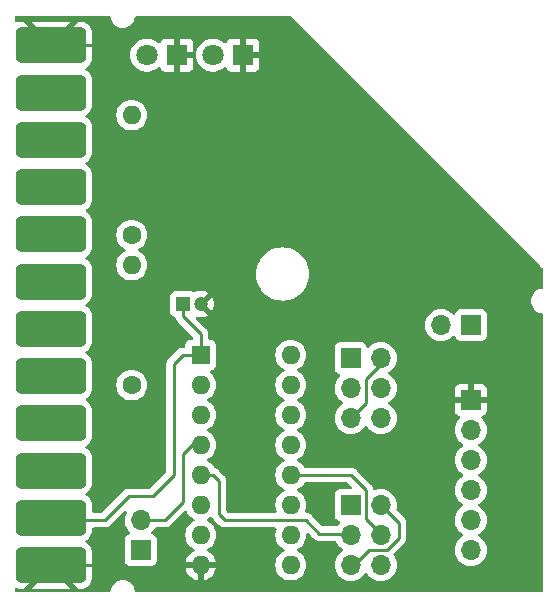
<source format=gbr>
%TF.GenerationSoftware,KiCad,Pcbnew,7.0.1*%
%TF.CreationDate,2023-08-12T13:03:50+02:00*%
%TF.ProjectId,uprs232ttl,75707273-3233-4327-9474-6c2e6b696361,rev?*%
%TF.SameCoordinates,Original*%
%TF.FileFunction,Copper,L1,Top*%
%TF.FilePolarity,Positive*%
%FSLAX46Y46*%
G04 Gerber Fmt 4.6, Leading zero omitted, Abs format (unit mm)*
G04 Created by KiCad (PCBNEW 7.0.1) date 2023-08-12 13:03:50*
%MOMM*%
%LPD*%
G01*
G04 APERTURE LIST*
G04 Aperture macros list*
%AMRoundRect*
0 Rectangle with rounded corners*
0 $1 Rounding radius*
0 $2 $3 $4 $5 $6 $7 $8 $9 X,Y pos of 4 corners*
0 Add a 4 corners polygon primitive as box body*
4,1,4,$2,$3,$4,$5,$6,$7,$8,$9,$2,$3,0*
0 Add four circle primitives for the rounded corners*
1,1,$1+$1,$2,$3*
1,1,$1+$1,$4,$5*
1,1,$1+$1,$6,$7*
1,1,$1+$1,$8,$9*
0 Add four rect primitives between the rounded corners*
20,1,$1+$1,$2,$3,$4,$5,0*
20,1,$1+$1,$4,$5,$6,$7,0*
20,1,$1+$1,$6,$7,$8,$9,0*
20,1,$1+$1,$8,$9,$2,$3,0*%
G04 Aperture macros list end*
%TA.AperFunction,ComponentPad*%
%ADD10R,1.600000X1.600000*%
%TD*%
%TA.AperFunction,ComponentPad*%
%ADD11O,1.600000X1.600000*%
%TD*%
%TA.AperFunction,SMDPad,CuDef*%
%ADD12RoundRect,0.450000X2.550000X1.050000X-2.550000X1.050000X-2.550000X-1.050000X2.550000X-1.050000X0*%
%TD*%
%TA.AperFunction,ComponentPad*%
%ADD13R,1.700000X1.700000*%
%TD*%
%TA.AperFunction,ComponentPad*%
%ADD14O,1.700000X1.700000*%
%TD*%
%TA.AperFunction,ComponentPad*%
%ADD15R,1.200000X1.200000*%
%TD*%
%TA.AperFunction,ComponentPad*%
%ADD16C,1.200000*%
%TD*%
%TA.AperFunction,ComponentPad*%
%ADD17C,1.600000*%
%TD*%
%TA.AperFunction,ComponentPad*%
%ADD18R,1.800000X1.800000*%
%TD*%
%TA.AperFunction,ComponentPad*%
%ADD19C,1.800000*%
%TD*%
%TA.AperFunction,ViaPad*%
%ADD20C,0.800000*%
%TD*%
%TA.AperFunction,Conductor*%
%ADD21C,0.250000*%
%TD*%
G04 APERTURE END LIST*
D10*
%TO.P,U1,1,VCC*%
%TO.N,+5V*%
X145796000Y-105664000D03*
D11*
%TO.P,U1,2*%
%TO.N,Net-(R1-Pad1)*%
X145796000Y-108204000D03*
%TO.P,U1,3*%
%TO.N,RX*%
X145796000Y-110744000D03*
%TO.P,U1,4*%
%TO.N,Net-(CN1-PB0)*%
X145796000Y-113284000D03*
%TO.P,U1,5*%
%TO.N,RX*%
X145796000Y-115824000D03*
%TO.P,U1,6*%
%TO.N,RTS*%
X145796000Y-118364000D03*
%TO.P,U1,7*%
%TO.N,Net-(CN1-PB1)*%
X145796000Y-120904000D03*
%TO.P,U1,8,VSS*%
%TO.N,GND*%
X145796000Y-123444000D03*
%TO.P,U1,9*%
%TO.N,CTS*%
X153416000Y-123444000D03*
%TO.P,U1,10*%
%TO.N,Net-(CN1-PB6)*%
X153416000Y-120904000D03*
%TO.P,U1,11*%
%TO.N,Net-(CN1-PA2)*%
X153416000Y-118364000D03*
%TO.P,U1,12*%
%TO.N,TX*%
X153416000Y-115824000D03*
%TO.P,U1,13*%
%TO.N,N/C*%
X153416000Y-113284000D03*
%TO.P,U1,14*%
%TO.N,TX*%
X153416000Y-110744000D03*
%TO.P,U1,15*%
%TO.N,Net-(R2-Pad1)*%
X153416000Y-108204000D03*
%TO.P,U1,16*%
%TO.N,N/C*%
X153416000Y-105664000D03*
%TD*%
D12*
%TO.P,CN1,1,GND*%
%TO.N,GND*%
X133096000Y-123442000D03*
%TO.P,CN1,2,+5v*%
%TO.N,+5V*%
X133096000Y-119442000D03*
%TO.P,CN1,3,EXTRES*%
%TO.N,unconnected-(CN1-EXTRES-Pad3)*%
X133096000Y-115442000D03*
%TO.P,CN1,4,CNT1*%
%TO.N,unconnected-(CN1-CNT1-Pad4)*%
X133096000Y-111442000D03*
%TO.P,CN1,5,SP1*%
%TO.N,unconnected-(CN1-SP1-Pad5)*%
X133096000Y-107442000D03*
%TO.P,CN1,6,CNT2*%
%TO.N,unconnected-(CN1-CNT2-Pad6)*%
X133096000Y-103442000D03*
%TO.P,CN1,7,SP2*%
%TO.N,unconnected-(CN1-SP2-Pad7)*%
X133096000Y-99442000D03*
%TO.P,CN1,8,PC2*%
%TO.N,unconnected-(CN1-PC2-Pad8)*%
X133096000Y-95442000D03*
%TO.P,CN1,9,ATN*%
%TO.N,unconnected-(CN1-ATN-Pad9)*%
X133096000Y-91442000D03*
%TO.P,CN1,10,9vAC*%
%TO.N,unconnected-(CN1-9vAC-Pad10)*%
X133096000Y-87442000D03*
%TO.P,CN1,11,9vAC*%
%TO.N,unconnected-(CN1-9vAC-Pad11)*%
X133096000Y-83442000D03*
%TO.P,CN1,12,GND*%
%TO.N,GND*%
X133096000Y-79442000D03*
%TD*%
D13*
%TO.P,J5,1,Pin_1*%
%TO.N,Net-(J3-Pin_6)*%
X158496000Y-105918000D03*
D14*
%TO.P,J5,2,Pin_2*%
%TO.N,Net-(J3-Pin_2)*%
X161036000Y-105918000D03*
%TO.P,J5,3,Pin_3*%
%TO.N,CTS*%
X158496000Y-108458000D03*
%TO.P,J5,4,Pin_4*%
%TO.N,RTS*%
X161036000Y-108458000D03*
%TO.P,J5,5,Pin_5*%
%TO.N,Net-(J3-Pin_2)*%
X158496000Y-110998000D03*
%TO.P,J5,6,Pin_6*%
%TO.N,Net-(J3-Pin_6)*%
X161036000Y-110998000D03*
%TD*%
D13*
%TO.P,J2,1,A*%
%TO.N,Net-(J2-A)*%
X168661000Y-103124000D03*
D14*
%TO.P,J2,2,B*%
%TO.N,+5V*%
X166121000Y-103124000D03*
%TD*%
D15*
%TO.P,C1,1*%
%TO.N,+5V*%
X144311401Y-101346000D03*
D16*
%TO.P,C1,2*%
%TO.N,GND*%
X145811401Y-101346000D03*
%TD*%
D13*
%TO.P,J3,1,Pin_1*%
%TO.N,GND*%
X168656000Y-109474000D03*
D14*
%TO.P,J3,2,Pin_2*%
%TO.N,Net-(J3-Pin_2)*%
X168656000Y-112014000D03*
%TO.P,J3,3,Pin_3*%
%TO.N,Net-(J2-A)*%
X168656000Y-114554000D03*
%TO.P,J3,4,Pin_4*%
%TO.N,Net-(J3-Pin_4)*%
X168656000Y-117094000D03*
%TO.P,J3,5,Pin_5*%
%TO.N,Net-(J3-Pin_5)*%
X168656000Y-119634000D03*
%TO.P,J3,6,Pin_6*%
%TO.N,Net-(J3-Pin_6)*%
X168656000Y-122174000D03*
%TD*%
D17*
%TO.P,R2,1*%
%TO.N,Net-(R2-Pad1)*%
X139954000Y-95504000D03*
D11*
%TO.P,R2,2*%
%TO.N,Net-(D2-A)*%
X139954000Y-85344000D03*
%TD*%
D18*
%TO.P,D1,1,K*%
%TO.N,GND*%
X143764000Y-80264000D03*
D19*
%TO.P,D1,2,A*%
%TO.N,Net-(D1-A)*%
X141224000Y-80264000D03*
%TD*%
D13*
%TO.P,J1,1,A*%
%TO.N,Net-(CN1-FLAG)*%
X140716000Y-122174000D03*
D14*
%TO.P,J1,2,B*%
%TO.N,Net-(CN1-PB0)*%
X140716000Y-119634000D03*
%TD*%
D18*
%TO.P,D2,1,K*%
%TO.N,GND*%
X149352000Y-80264000D03*
D19*
%TO.P,D2,2,A*%
%TO.N,Net-(D2-A)*%
X146812000Y-80264000D03*
%TD*%
D17*
%TO.P,R1,1*%
%TO.N,Net-(R1-Pad1)*%
X139954000Y-108204000D03*
D11*
%TO.P,R1,2*%
%TO.N,Net-(D1-A)*%
X139954000Y-98044000D03*
%TD*%
D13*
%TO.P,J4,1,Pin_1*%
%TO.N,Net-(J3-Pin_5)*%
X158496000Y-118364000D03*
D14*
%TO.P,J4,2,Pin_2*%
%TO.N,Net-(J3-Pin_4)*%
X161036000Y-118364000D03*
%TO.P,J4,3,Pin_3*%
%TO.N,RX*%
X158496000Y-120904000D03*
%TO.P,J4,4,Pin_4*%
%TO.N,TX*%
X161036000Y-120904000D03*
%TO.P,J4,5,Pin_5*%
%TO.N,Net-(J3-Pin_4)*%
X158496000Y-123444000D03*
%TO.P,J4,6,Pin_6*%
%TO.N,Net-(J3-Pin_5)*%
X161036000Y-123444000D03*
%TD*%
D20*
%TO.N,GND*%
X165608000Y-107442000D03*
X155956000Y-105918000D03*
X141224000Y-109982000D03*
X158242000Y-114046000D03*
X151638000Y-105918000D03*
X136906000Y-85344000D03*
X144272000Y-119634000D03*
X148336000Y-117094000D03*
X137668000Y-124206000D03*
X148590000Y-108966000D03*
X139446000Y-79502000D03*
X143256000Y-122428000D03*
X166878000Y-117094000D03*
X139954000Y-114554000D03*
X173228000Y-98806000D03*
X155702000Y-124714000D03*
X166878000Y-104902000D03*
X154940000Y-117094000D03*
X147574000Y-101346000D03*
%TD*%
D21*
%TO.N,+5V*%
X133096000Y-119442000D02*
X133288000Y-119634000D01*
X143510000Y-115824000D02*
X143510000Y-106426000D01*
X144272000Y-102362000D02*
X145796000Y-103886000D01*
X143510000Y-106426000D02*
X144272000Y-105664000D01*
X144272000Y-105664000D02*
X145796000Y-105664000D01*
X139700000Y-117602000D02*
X141732000Y-117602000D01*
X144311401Y-101346000D02*
X144272000Y-101385401D01*
X141732000Y-117602000D02*
X143510000Y-115824000D01*
X137668000Y-119634000D02*
X139700000Y-117602000D01*
X145796000Y-103886000D02*
X145796000Y-105664000D01*
X133288000Y-119634000D02*
X137668000Y-119634000D01*
X144272000Y-101385401D02*
X144272000Y-102362000D01*
%TO.N,GND*%
X133096000Y-79442000D02*
X136846000Y-79442000D01*
X136846000Y-79442000D02*
X136906000Y-79502000D01*
X133096000Y-123442000D02*
X136904000Y-123442000D01*
%TO.N,RX*%
X147320000Y-119126000D02*
X147320000Y-116332000D01*
X154686000Y-119634000D02*
X147828000Y-119634000D01*
X146812000Y-115824000D02*
X145796000Y-115824000D01*
X147828000Y-119634000D02*
X147320000Y-119126000D01*
X158496000Y-120778000D02*
X155830000Y-120778000D01*
X147320000Y-116332000D02*
X146812000Y-115824000D01*
X155830000Y-120778000D02*
X154686000Y-119634000D01*
%TO.N,TX*%
X161036000Y-120778000D02*
X159766000Y-119508000D01*
X159766000Y-117094000D02*
X158496000Y-115824000D01*
X158496000Y-115824000D02*
X153416000Y-115824000D01*
X159766000Y-119508000D02*
X159766000Y-117094000D01*
%TO.N,Net-(CN1-PB0)*%
X142748000Y-119634000D02*
X144272000Y-118110000D01*
X144272000Y-114046000D02*
X145034000Y-113284000D01*
X144272000Y-118110000D02*
X144272000Y-114046000D01*
X140716000Y-119634000D02*
X142748000Y-119634000D01*
X145034000Y-113284000D02*
X145796000Y-113284000D01*
%TO.N,Net-(J3-Pin_2)*%
X159766000Y-109728000D02*
X158496000Y-110998000D01*
X161036000Y-106426000D02*
X159766000Y-107696000D01*
X161036000Y-105918000D02*
X161036000Y-106426000D01*
X159766000Y-107696000D02*
X159766000Y-109728000D01*
%TO.N,Net-(J3-Pin_4)*%
X158496000Y-123318000D02*
X158876000Y-123318000D01*
X161544000Y-122174000D02*
X162560000Y-121158000D01*
X160020000Y-122174000D02*
X161544000Y-122174000D01*
X158876000Y-123318000D02*
X160020000Y-122174000D01*
X162560000Y-119888000D02*
X161036000Y-118364000D01*
X162560000Y-121158000D02*
X162560000Y-119888000D01*
%TO.N,Net-(R1-Pad1)*%
X145922000Y-108204000D02*
X145796000Y-108078000D01*
%TD*%
%TA.AperFunction,Conductor*%
%TO.N,GND*%
G36*
X138110289Y-76975500D02*
G01*
X138153971Y-77011773D01*
X138176906Y-77063715D01*
X138210115Y-77241369D01*
X138278169Y-77417036D01*
X138377339Y-77577203D01*
X138504254Y-77716422D01*
X138654586Y-77829947D01*
X138823226Y-77913920D01*
X139004415Y-77965473D01*
X139045218Y-77969253D01*
X139192000Y-77982855D01*
X139350255Y-77968190D01*
X139379584Y-77965473D01*
X139560773Y-77913920D01*
X139729413Y-77829947D01*
X139879745Y-77716422D01*
X140006660Y-77577203D01*
X140006660Y-77577202D01*
X140105832Y-77417034D01*
X140173885Y-77241370D01*
X140207093Y-77063715D01*
X140230029Y-77011773D01*
X140273711Y-76975500D01*
X140328983Y-76962500D01*
X153364430Y-76962500D01*
X153411883Y-76971939D01*
X153452111Y-76998819D01*
X174715181Y-98261888D01*
X174742061Y-98302116D01*
X174751500Y-98349569D01*
X174751500Y-99955017D01*
X174738500Y-100010289D01*
X174702227Y-100053971D01*
X174650285Y-100076906D01*
X174472630Y-100110115D01*
X174296963Y-100178169D01*
X174136796Y-100277339D01*
X173997577Y-100404254D01*
X173884052Y-100554586D01*
X173800079Y-100723226D01*
X173748526Y-100904415D01*
X173731145Y-101092000D01*
X173748526Y-101279584D01*
X173800079Y-101460773D01*
X173884052Y-101629413D01*
X173997577Y-101779745D01*
X174136796Y-101906660D01*
X174266999Y-101987277D01*
X174296966Y-102005832D01*
X174472630Y-102073885D01*
X174636834Y-102104579D01*
X174650285Y-102107094D01*
X174702227Y-102130029D01*
X174738500Y-102173711D01*
X174751500Y-102228983D01*
X174751500Y-125605500D01*
X174734887Y-125667500D01*
X174689500Y-125712887D01*
X174627500Y-125729500D01*
X170180099Y-125729500D01*
X151892099Y-125729500D01*
X140328983Y-125729500D01*
X140273711Y-125716500D01*
X140230029Y-125680227D01*
X140207094Y-125628285D01*
X140202835Y-125605500D01*
X140173885Y-125450630D01*
X140105832Y-125274966D01*
X140039116Y-125167215D01*
X140006660Y-125114796D01*
X139879745Y-124975577D01*
X139729413Y-124862052D01*
X139560773Y-124778079D01*
X139379584Y-124726526D01*
X139192000Y-124709145D01*
X139004415Y-124726526D01*
X138823226Y-124778079D01*
X138654586Y-124862052D01*
X138504254Y-124975577D01*
X138377339Y-125114796D01*
X138278169Y-125274963D01*
X138210115Y-125450630D01*
X138176906Y-125628285D01*
X138153971Y-125680227D01*
X138110289Y-125716500D01*
X138055017Y-125729500D01*
X130172500Y-125729500D01*
X130110500Y-125712887D01*
X130065113Y-125667500D01*
X130048500Y-125605500D01*
X130048500Y-125502229D01*
X130061520Y-125446916D01*
X130097847Y-125403219D01*
X130149851Y-125380315D01*
X130206612Y-125383013D01*
X130377537Y-125431920D01*
X130490902Y-125441999D01*
X130742446Y-125441999D01*
X130742447Y-125441998D01*
X131449553Y-125441998D01*
X131449554Y-125441999D01*
X134742445Y-125441999D01*
X134742445Y-125441998D01*
X133095999Y-123795553D01*
X133095998Y-123795553D01*
X131449553Y-125441998D01*
X130742447Y-125441998D01*
X133008318Y-123176127D01*
X133063905Y-123144033D01*
X133128093Y-123144033D01*
X133183680Y-123176127D01*
X135449552Y-125441999D01*
X135701098Y-125441999D01*
X135814463Y-125431920D01*
X136000219Y-125378769D01*
X136171473Y-125289314D01*
X136321215Y-125167215D01*
X136443314Y-125017473D01*
X136532769Y-124846219D01*
X136585920Y-124660463D01*
X136595999Y-124547098D01*
X136595999Y-123694000D01*
X144517128Y-123694000D01*
X144569733Y-123890326D01*
X144665865Y-124096480D01*
X144796341Y-124282819D01*
X144957180Y-124443658D01*
X145143519Y-124574134D01*
X145349673Y-124670266D01*
X145545999Y-124722871D01*
X145546000Y-124722872D01*
X145546000Y-123694000D01*
X146046000Y-123694000D01*
X146046000Y-124722871D01*
X146242326Y-124670266D01*
X146448480Y-124574134D01*
X146634819Y-124443658D01*
X146795658Y-124282819D01*
X146926134Y-124096480D01*
X147022266Y-123890326D01*
X147074872Y-123694000D01*
X146046000Y-123694000D01*
X145546000Y-123694000D01*
X144517128Y-123694000D01*
X136595999Y-123694000D01*
X136595999Y-122336902D01*
X136585920Y-122223536D01*
X136532769Y-122037780D01*
X136443314Y-121866526D01*
X136321215Y-121716784D01*
X136171473Y-121594685D01*
X136090122Y-121552191D01*
X136041479Y-121506535D01*
X136023533Y-121442282D01*
X136041479Y-121378029D01*
X136090118Y-121332374D01*
X136171751Y-121289734D01*
X136321571Y-121167571D01*
X136443734Y-121017751D01*
X136533237Y-120846406D01*
X136586417Y-120660552D01*
X136596500Y-120547138D01*
X136596500Y-120383500D01*
X136613113Y-120321500D01*
X136658500Y-120276113D01*
X136720500Y-120259500D01*
X137585256Y-120259500D01*
X137605762Y-120261764D01*
X137608665Y-120261672D01*
X137608667Y-120261673D01*
X137675872Y-120259561D01*
X137679768Y-120259500D01*
X137707349Y-120259500D01*
X137707350Y-120259500D01*
X137711319Y-120258998D01*
X137722965Y-120258080D01*
X137766627Y-120256709D01*
X137785859Y-120251120D01*
X137804918Y-120247174D01*
X137812099Y-120246267D01*
X137824792Y-120244664D01*
X137865407Y-120228582D01*
X137876444Y-120224803D01*
X137918390Y-120212618D01*
X137935629Y-120202422D01*
X137953102Y-120193862D01*
X137971732Y-120186486D01*
X138007064Y-120160814D01*
X138016830Y-120154400D01*
X138054418Y-120132171D01*
X138054417Y-120132171D01*
X138054420Y-120132170D01*
X138068585Y-120118004D01*
X138083373Y-120105373D01*
X138099587Y-120093594D01*
X138127438Y-120059926D01*
X138135279Y-120051309D01*
X139316910Y-118869679D01*
X139376697Y-118836539D01*
X139444962Y-118840117D01*
X139500957Y-118879326D01*
X139527667Y-118942250D01*
X139516973Y-119009766D01*
X139442097Y-119170336D01*
X139380936Y-119398592D01*
X139360340Y-119634000D01*
X139380936Y-119869407D01*
X139424663Y-120032599D01*
X139442097Y-120097663D01*
X139541965Y-120311830D01*
X139677505Y-120505401D01*
X139677508Y-120505403D01*
X139677508Y-120505404D01*
X139799430Y-120627326D01*
X139830726Y-120680072D01*
X139832915Y-120741365D01*
X139805462Y-120796209D01*
X139755083Y-120831189D01*
X139623669Y-120880204D01*
X139508454Y-120966454D01*
X139422204Y-121081668D01*
X139371909Y-121216515D01*
X139371909Y-121216517D01*
X139367862Y-121254163D01*
X139365500Y-121276130D01*
X139365500Y-123071869D01*
X139371909Y-123131483D01*
X139422204Y-123266331D01*
X139508454Y-123381546D01*
X139623669Y-123467796D01*
X139758517Y-123518091D01*
X139818127Y-123524500D01*
X141613872Y-123524499D01*
X141673483Y-123518091D01*
X141808331Y-123467796D01*
X141923546Y-123381546D01*
X142009796Y-123266331D01*
X142060091Y-123131483D01*
X142066500Y-123071873D01*
X142066499Y-121276128D01*
X142060091Y-121216517D01*
X142009796Y-121081669D01*
X141923546Y-120966454D01*
X141808331Y-120880204D01*
X141746898Y-120857291D01*
X141676916Y-120831189D01*
X141626537Y-120796209D01*
X141599084Y-120741365D01*
X141601273Y-120680072D01*
X141632566Y-120627329D01*
X141754495Y-120505401D01*
X141889653Y-120312374D01*
X141933970Y-120273511D01*
X141991227Y-120259500D01*
X142665256Y-120259500D01*
X142685762Y-120261764D01*
X142688665Y-120261672D01*
X142688667Y-120261673D01*
X142755872Y-120259561D01*
X142759768Y-120259500D01*
X142787349Y-120259500D01*
X142787350Y-120259500D01*
X142791319Y-120258998D01*
X142802965Y-120258080D01*
X142846627Y-120256709D01*
X142865859Y-120251120D01*
X142884918Y-120247174D01*
X142892099Y-120246267D01*
X142904792Y-120244664D01*
X142945407Y-120228582D01*
X142956444Y-120224803D01*
X142998390Y-120212618D01*
X143015629Y-120202422D01*
X143033102Y-120193862D01*
X143051732Y-120186486D01*
X143087064Y-120160814D01*
X143096830Y-120154400D01*
X143134418Y-120132171D01*
X143134417Y-120132171D01*
X143134420Y-120132170D01*
X143148585Y-120118004D01*
X143163373Y-120105373D01*
X143179587Y-120093594D01*
X143207438Y-120059926D01*
X143215279Y-120051309D01*
X144408052Y-118858537D01*
X144458443Y-118827959D01*
X144517263Y-118824104D01*
X144571217Y-118847844D01*
X144608113Y-118893815D01*
X144665432Y-119016734D01*
X144795953Y-119203140D01*
X144956859Y-119364046D01*
X145123190Y-119480511D01*
X145143266Y-119494568D01*
X145201275Y-119521618D01*
X145253450Y-119567375D01*
X145272869Y-119634000D01*
X145253450Y-119700625D01*
X145201275Y-119746381D01*
X145180576Y-119756033D01*
X145143263Y-119773433D01*
X144956859Y-119903953D01*
X144795953Y-120064859D01*
X144665432Y-120251264D01*
X144569261Y-120457502D01*
X144510364Y-120677310D01*
X144490531Y-120903999D01*
X144510364Y-121130689D01*
X144569261Y-121350497D01*
X144665432Y-121556735D01*
X144795953Y-121743140D01*
X144956859Y-121904046D01*
X145143264Y-122034567D01*
X145143265Y-122034567D01*
X145143266Y-122034568D01*
X145201865Y-122061893D01*
X145254040Y-122107650D01*
X145273460Y-122174274D01*
X145254041Y-122240899D01*
X145201866Y-122286656D01*
X145143522Y-122313863D01*
X144957180Y-122444341D01*
X144796341Y-122605180D01*
X144665865Y-122791519D01*
X144569733Y-122997673D01*
X144517128Y-123193999D01*
X144517128Y-123194000D01*
X147074872Y-123194000D01*
X147074871Y-123193999D01*
X147022266Y-122997673D01*
X146926134Y-122791519D01*
X146795658Y-122605180D01*
X146634819Y-122444341D01*
X146448482Y-122313866D01*
X146390133Y-122286657D01*
X146337958Y-122240899D01*
X146318539Y-122174274D01*
X146337959Y-122107649D01*
X146390134Y-122061893D01*
X146448734Y-122034568D01*
X146635139Y-121904047D01*
X146796047Y-121743139D01*
X146926568Y-121556734D01*
X147022739Y-121350496D01*
X147081635Y-121130692D01*
X147101468Y-120904000D01*
X147097609Y-120859897D01*
X147092425Y-120800639D01*
X147081635Y-120677308D01*
X147022739Y-120457504D01*
X146926568Y-120251266D01*
X146926467Y-120251122D01*
X146796046Y-120064859D01*
X146635140Y-119903953D01*
X146448733Y-119773431D01*
X146407727Y-119754310D01*
X146390724Y-119746381D01*
X146338549Y-119700625D01*
X146319129Y-119634000D01*
X146338549Y-119567375D01*
X146390725Y-119521618D01*
X146410451Y-119512420D01*
X146448734Y-119494568D01*
X146591434Y-119394649D01*
X146651028Y-119372763D01*
X146713648Y-119383242D01*
X146762872Y-119423342D01*
X146767513Y-119429730D01*
X146767514Y-119429732D01*
X146788011Y-119457944D01*
X146793181Y-119465060D01*
X146799593Y-119474822D01*
X146821826Y-119512416D01*
X146821829Y-119512419D01*
X146821830Y-119512420D01*
X146835995Y-119526585D01*
X146848627Y-119541375D01*
X146860406Y-119557587D01*
X146894058Y-119585426D01*
X146902699Y-119593289D01*
X147327194Y-120017784D01*
X147340094Y-120033886D01*
X147342213Y-120035876D01*
X147342214Y-120035877D01*
X147391223Y-120081900D01*
X147394020Y-120084611D01*
X147413529Y-120104120D01*
X147416711Y-120106588D01*
X147425571Y-120114155D01*
X147451483Y-120138489D01*
X147457418Y-120144062D01*
X147474970Y-120153711D01*
X147491238Y-120164397D01*
X147507064Y-120176673D01*
X147547146Y-120194017D01*
X147557633Y-120199155D01*
X147595907Y-120220197D01*
X147604410Y-120222379D01*
X147615308Y-120225178D01*
X147633713Y-120231478D01*
X147652104Y-120239437D01*
X147695250Y-120246270D01*
X147706668Y-120248635D01*
X147748981Y-120259500D01*
X147769017Y-120259500D01*
X147788414Y-120261026D01*
X147808196Y-120264160D01*
X147848720Y-120260328D01*
X147851672Y-120260050D01*
X147863342Y-120259500D01*
X152086951Y-120259500D01*
X152146594Y-120274786D01*
X152191532Y-120316875D01*
X152210686Y-120375390D01*
X152199333Y-120435905D01*
X152189261Y-120457502D01*
X152130364Y-120677310D01*
X152110531Y-120903999D01*
X152130364Y-121130689D01*
X152189261Y-121350497D01*
X152285432Y-121556735D01*
X152415953Y-121743140D01*
X152576859Y-121904046D01*
X152763263Y-122034566D01*
X152763266Y-122034568D01*
X152821275Y-122061618D01*
X152873450Y-122107375D01*
X152892869Y-122174000D01*
X152873450Y-122240625D01*
X152821275Y-122286382D01*
X152763263Y-122313433D01*
X152576859Y-122443953D01*
X152415953Y-122604859D01*
X152285432Y-122791264D01*
X152189261Y-122997502D01*
X152130364Y-123217310D01*
X152110531Y-123443999D01*
X152130364Y-123670689D01*
X152189261Y-123890497D01*
X152285432Y-124096735D01*
X152415953Y-124283140D01*
X152576859Y-124444046D01*
X152763264Y-124574567D01*
X152763265Y-124574567D01*
X152763266Y-124574568D01*
X152969504Y-124670739D01*
X153189308Y-124729635D01*
X153416000Y-124749468D01*
X153642692Y-124729635D01*
X153862496Y-124670739D01*
X154068734Y-124574568D01*
X154255139Y-124444047D01*
X154416047Y-124283139D01*
X154546568Y-124096734D01*
X154642739Y-123890496D01*
X154701635Y-123670692D01*
X154721468Y-123444000D01*
X154701635Y-123217308D01*
X154642739Y-122997504D01*
X154546568Y-122791266D01*
X154528996Y-122766171D01*
X154416046Y-122604859D01*
X154255140Y-122443953D01*
X154068733Y-122313431D01*
X154010725Y-122286382D01*
X153958549Y-122240625D01*
X153939129Y-122174000D01*
X153958549Y-122107375D01*
X154010725Y-122061618D01*
X154068734Y-122034568D01*
X154255139Y-121904047D01*
X154416047Y-121743139D01*
X154546568Y-121556734D01*
X154642739Y-121350496D01*
X154701635Y-121130692D01*
X154721468Y-120904000D01*
X154719386Y-120880204D01*
X154717610Y-120859897D01*
X154726995Y-120800639D01*
X154763102Y-120752724D01*
X154817478Y-120727368D01*
X154877392Y-120730508D01*
X154928817Y-120761408D01*
X155133863Y-120966454D01*
X155329196Y-121161787D01*
X155342096Y-121177888D01*
X155344213Y-121179876D01*
X155344214Y-121179877D01*
X155393223Y-121225900D01*
X155396020Y-121228611D01*
X155415529Y-121248120D01*
X155418711Y-121250588D01*
X155427571Y-121258155D01*
X155446712Y-121276130D01*
X155459418Y-121288062D01*
X155476970Y-121297711D01*
X155493238Y-121308397D01*
X155509064Y-121320673D01*
X155549146Y-121338017D01*
X155559633Y-121343155D01*
X155597907Y-121364197D01*
X155606410Y-121366379D01*
X155617308Y-121369178D01*
X155635713Y-121375478D01*
X155654104Y-121383437D01*
X155697250Y-121390270D01*
X155708668Y-121392635D01*
X155750981Y-121403500D01*
X155771016Y-121403500D01*
X155790415Y-121405027D01*
X155810196Y-121408160D01*
X155853674Y-121404050D01*
X155865344Y-121403500D01*
X157159812Y-121403500D01*
X157226437Y-121422919D01*
X157272192Y-121475093D01*
X157321965Y-121581830D01*
X157457505Y-121775401D01*
X157624599Y-121942495D01*
X157810160Y-122072426D01*
X157849024Y-122116743D01*
X157863035Y-122174000D01*
X157849024Y-122231257D01*
X157810159Y-122275575D01*
X157624595Y-122405508D01*
X157457505Y-122572598D01*
X157321965Y-122766170D01*
X157222097Y-122980336D01*
X157160936Y-123208592D01*
X157140340Y-123444000D01*
X157160936Y-123679407D01*
X157205709Y-123846502D01*
X157222097Y-123907663D01*
X157321965Y-124121830D01*
X157457505Y-124315401D01*
X157624599Y-124482495D01*
X157818170Y-124618035D01*
X158032337Y-124717903D01*
X158260592Y-124779063D01*
X158496000Y-124799659D01*
X158731408Y-124779063D01*
X158959663Y-124717903D01*
X159173830Y-124618035D01*
X159367401Y-124482495D01*
X159534495Y-124315401D01*
X159664426Y-124129839D01*
X159708743Y-124090975D01*
X159766000Y-124076964D01*
X159823257Y-124090975D01*
X159867573Y-124129839D01*
X159997505Y-124315401D01*
X160164599Y-124482495D01*
X160358170Y-124618035D01*
X160572337Y-124717903D01*
X160800592Y-124779063D01*
X161036000Y-124799659D01*
X161271408Y-124779063D01*
X161499663Y-124717903D01*
X161713830Y-124618035D01*
X161907401Y-124482495D01*
X162074495Y-124315401D01*
X162210035Y-124121830D01*
X162309903Y-123907663D01*
X162371063Y-123679408D01*
X162391659Y-123444000D01*
X162371063Y-123208592D01*
X162309903Y-122980337D01*
X162210035Y-122766171D01*
X162115843Y-122631650D01*
X162094729Y-122578503D01*
X162099714Y-122521527D01*
X162129737Y-122472852D01*
X162428590Y-122173999D01*
X167300340Y-122173999D01*
X167320936Y-122409407D01*
X167330193Y-122443953D01*
X167382097Y-122637663D01*
X167481965Y-122851830D01*
X167617505Y-123045401D01*
X167784599Y-123212495D01*
X167978170Y-123348035D01*
X168192337Y-123447903D01*
X168420592Y-123509063D01*
X168656000Y-123529659D01*
X168891408Y-123509063D01*
X169119663Y-123447903D01*
X169333830Y-123348035D01*
X169527401Y-123212495D01*
X169694495Y-123045401D01*
X169830035Y-122851830D01*
X169929903Y-122637663D01*
X169991063Y-122409408D01*
X170011659Y-122174000D01*
X169991063Y-121938592D01*
X169929903Y-121710337D01*
X169830035Y-121496171D01*
X169694495Y-121302599D01*
X169527401Y-121135505D01*
X169341839Y-121005573D01*
X169302975Y-120961257D01*
X169288964Y-120904000D01*
X169302975Y-120846743D01*
X169341839Y-120802426D01*
X169527401Y-120672495D01*
X169694495Y-120505401D01*
X169830035Y-120311830D01*
X169929903Y-120097663D01*
X169991063Y-119869408D01*
X170011659Y-119634000D01*
X169991063Y-119398592D01*
X169929903Y-119170337D01*
X169830035Y-118956171D01*
X169694495Y-118762599D01*
X169527401Y-118595505D01*
X169341839Y-118465573D01*
X169302975Y-118421257D01*
X169288964Y-118364000D01*
X169302975Y-118306743D01*
X169341839Y-118262426D01*
X169527401Y-118132495D01*
X169694495Y-117965401D01*
X169830035Y-117771830D01*
X169929903Y-117557663D01*
X169991063Y-117329408D01*
X170011659Y-117094000D01*
X170005480Y-117023381D01*
X169991063Y-116858592D01*
X169929903Y-116630337D01*
X169830035Y-116416171D01*
X169694495Y-116222599D01*
X169527401Y-116055505D01*
X169341839Y-115925573D01*
X169302975Y-115881257D01*
X169288964Y-115824000D01*
X169302975Y-115766743D01*
X169341839Y-115722426D01*
X169527401Y-115592495D01*
X169694495Y-115425401D01*
X169830035Y-115231830D01*
X169929903Y-115017663D01*
X169991063Y-114789408D01*
X170011659Y-114554000D01*
X169991063Y-114318592D01*
X169929903Y-114090337D01*
X169830035Y-113876171D01*
X169694495Y-113682599D01*
X169527401Y-113515505D01*
X169341839Y-113385573D01*
X169302974Y-113341255D01*
X169288964Y-113283999D01*
X169302975Y-113226742D01*
X169341837Y-113182428D01*
X169527401Y-113052495D01*
X169694495Y-112885401D01*
X169830035Y-112691830D01*
X169929903Y-112477663D01*
X169991063Y-112249408D01*
X170011659Y-112014000D01*
X169991063Y-111778592D01*
X169929903Y-111550337D01*
X169830035Y-111336171D01*
X169694495Y-111142599D01*
X169572181Y-111020285D01*
X169540885Y-110967539D01*
X169538696Y-110906246D01*
X169566149Y-110851401D01*
X169616528Y-110816422D01*
X169748089Y-110767352D01*
X169863188Y-110681188D01*
X169949352Y-110566089D01*
X169999597Y-110431375D01*
X170006000Y-110371824D01*
X170006000Y-109724000D01*
X167306000Y-109724000D01*
X167306000Y-110371824D01*
X167312402Y-110431375D01*
X167362647Y-110566089D01*
X167448811Y-110681188D01*
X167563911Y-110767352D01*
X167695471Y-110816422D01*
X167745850Y-110851401D01*
X167773303Y-110906246D01*
X167771114Y-110967539D01*
X167739819Y-111020285D01*
X167617503Y-111142601D01*
X167481965Y-111336170D01*
X167382097Y-111550336D01*
X167320936Y-111778592D01*
X167300340Y-112013999D01*
X167320936Y-112249407D01*
X167365709Y-112416501D01*
X167382097Y-112477663D01*
X167481965Y-112691830D01*
X167617505Y-112885401D01*
X167784599Y-113052495D01*
X167970160Y-113182426D01*
X168009024Y-113226743D01*
X168023035Y-113284000D01*
X168009024Y-113341257D01*
X167970160Y-113385574D01*
X167797813Y-113506253D01*
X167784595Y-113515508D01*
X167617505Y-113682598D01*
X167481965Y-113876170D01*
X167382097Y-114090336D01*
X167320936Y-114318592D01*
X167300340Y-114554000D01*
X167320936Y-114789407D01*
X167365709Y-114956501D01*
X167382097Y-115017663D01*
X167481965Y-115231830D01*
X167617505Y-115425401D01*
X167784599Y-115592495D01*
X167970160Y-115722426D01*
X168009024Y-115766743D01*
X168023035Y-115824000D01*
X168009024Y-115881257D01*
X167970158Y-115925575D01*
X167796896Y-116046895D01*
X167784595Y-116055508D01*
X167617505Y-116222598D01*
X167481965Y-116416170D01*
X167382097Y-116630336D01*
X167320936Y-116858592D01*
X167300340Y-117093999D01*
X167320936Y-117329407D01*
X167353673Y-117451583D01*
X167382097Y-117557663D01*
X167481965Y-117771830D01*
X167617505Y-117965401D01*
X167784599Y-118132495D01*
X167970160Y-118262426D01*
X168009024Y-118306743D01*
X168023035Y-118364000D01*
X168009024Y-118421257D01*
X167970159Y-118465575D01*
X167784595Y-118595508D01*
X167617505Y-118762598D01*
X167481965Y-118956170D01*
X167382097Y-119170336D01*
X167320936Y-119398592D01*
X167300340Y-119634000D01*
X167320936Y-119869407D01*
X167364663Y-120032599D01*
X167382097Y-120097663D01*
X167481965Y-120311830D01*
X167617505Y-120505401D01*
X167784599Y-120672495D01*
X167970160Y-120802426D01*
X168009024Y-120846743D01*
X168023035Y-120904000D01*
X168009024Y-120961257D01*
X167970158Y-121005575D01*
X167786285Y-121134325D01*
X167784595Y-121135508D01*
X167617505Y-121302598D01*
X167481965Y-121496170D01*
X167382097Y-121710336D01*
X167320936Y-121938592D01*
X167300340Y-122173999D01*
X162428590Y-122173999D01*
X162943789Y-121658800D01*
X162959885Y-121645906D01*
X162961873Y-121643787D01*
X162961877Y-121643786D01*
X163007948Y-121594723D01*
X163010566Y-121592023D01*
X163030120Y-121572471D01*
X163032581Y-121569298D01*
X163040156Y-121560427D01*
X163070062Y-121528582D01*
X163079712Y-121511027D01*
X163090400Y-121494757D01*
X163102671Y-121478938D01*
X163102673Y-121478936D01*
X163120026Y-121438832D01*
X163125157Y-121428362D01*
X163146197Y-121390092D01*
X163151175Y-121370699D01*
X163157481Y-121352282D01*
X163161431Y-121343155D01*
X163165438Y-121333896D01*
X163172272Y-121290745D01*
X163174635Y-121279331D01*
X163185500Y-121237019D01*
X163185500Y-121216984D01*
X163187027Y-121197585D01*
X163190160Y-121177804D01*
X163186050Y-121134325D01*
X163185500Y-121122656D01*
X163185500Y-119970740D01*
X163187763Y-119950236D01*
X163185561Y-119880144D01*
X163185500Y-119876250D01*
X163185500Y-119848657D01*
X163185500Y-119848650D01*
X163184995Y-119844653D01*
X163184080Y-119833023D01*
X163182709Y-119789372D01*
X163177119Y-119770134D01*
X163173174Y-119751082D01*
X163170664Y-119731208D01*
X163158555Y-119700625D01*
X163154578Y-119690581D01*
X163150805Y-119679560D01*
X163138617Y-119637610D01*
X163128421Y-119620369D01*
X163119863Y-119602902D01*
X163112486Y-119584268D01*
X163086798Y-119548912D01*
X163080409Y-119539184D01*
X163058170Y-119501579D01*
X163044006Y-119487414D01*
X163031369Y-119472620D01*
X163019595Y-119456414D01*
X163019495Y-119456331D01*
X162985935Y-119428568D01*
X162977305Y-119420714D01*
X162376237Y-118819646D01*
X162344143Y-118764058D01*
X162344143Y-118699872D01*
X162371063Y-118599408D01*
X162371405Y-118595505D01*
X162391659Y-118364000D01*
X162371063Y-118128592D01*
X162353111Y-118061594D01*
X162309903Y-117900337D01*
X162210035Y-117686171D01*
X162074495Y-117492599D01*
X161907401Y-117325505D01*
X161713830Y-117189965D01*
X161499663Y-117090097D01*
X161438502Y-117073709D01*
X161271407Y-117028936D01*
X161036000Y-117008340D01*
X160800592Y-117028936D01*
X160572332Y-117090098D01*
X160564726Y-117093645D01*
X160505178Y-117105055D01*
X160447340Y-117086868D01*
X160405038Y-117043433D01*
X160395414Y-117009741D01*
X160393081Y-117010420D01*
X160387536Y-116991336D01*
X160383120Y-116976140D01*
X160379174Y-116957082D01*
X160376664Y-116937208D01*
X160360585Y-116896597D01*
X160356804Y-116885552D01*
X160344619Y-116843613D01*
X160344618Y-116843612D01*
X160344618Y-116843610D01*
X160334417Y-116826361D01*
X160325860Y-116808895D01*
X160318486Y-116790268D01*
X160292813Y-116754932D01*
X160286402Y-116745172D01*
X160264169Y-116707578D01*
X160250006Y-116693415D01*
X160237369Y-116678620D01*
X160225595Y-116662414D01*
X160223342Y-116660550D01*
X160191935Y-116634568D01*
X160183305Y-116626714D01*
X158996802Y-115440211D01*
X158983906Y-115424113D01*
X158932775Y-115376098D01*
X158929978Y-115373387D01*
X158910470Y-115353879D01*
X158907290Y-115351412D01*
X158898424Y-115343839D01*
X158866582Y-115313938D01*
X158849024Y-115304285D01*
X158832764Y-115293604D01*
X158816936Y-115281327D01*
X158776851Y-115263980D01*
X158766361Y-115258841D01*
X158728091Y-115237802D01*
X158708691Y-115232821D01*
X158690284Y-115226519D01*
X158671897Y-115218562D01*
X158628758Y-115211729D01*
X158617324Y-115209361D01*
X158575019Y-115198500D01*
X158554984Y-115198500D01*
X158535586Y-115196973D01*
X158528162Y-115195797D01*
X158515805Y-115193840D01*
X158515804Y-115193840D01*
X158482751Y-115196964D01*
X158472325Y-115197950D01*
X158460656Y-115198500D01*
X154630188Y-115198500D01*
X154572931Y-115184489D01*
X154528613Y-115145623D01*
X154416046Y-114984859D01*
X154255140Y-114823953D01*
X154068732Y-114693430D01*
X154010724Y-114666380D01*
X153958549Y-114620623D01*
X153939130Y-114553997D01*
X153958550Y-114487373D01*
X154010721Y-114441619D01*
X154068734Y-114414568D01*
X154255139Y-114284047D01*
X154416047Y-114123139D01*
X154546568Y-113936734D01*
X154642739Y-113730496D01*
X154701635Y-113510692D01*
X154721468Y-113284000D01*
X154701635Y-113057308D01*
X154642739Y-112837504D01*
X154546568Y-112631266D01*
X154487661Y-112547138D01*
X154416046Y-112444859D01*
X154255140Y-112283953D01*
X154068733Y-112153431D01*
X154010725Y-112126382D01*
X153958549Y-112080625D01*
X153939129Y-112014000D01*
X153958549Y-111947375D01*
X154010725Y-111901618D01*
X154068734Y-111874568D01*
X154255139Y-111744047D01*
X154416047Y-111583139D01*
X154546568Y-111396734D01*
X154642739Y-111190496D01*
X154694318Y-110997999D01*
X157140340Y-110997999D01*
X157160936Y-111233407D01*
X157188472Y-111336171D01*
X157222097Y-111461663D01*
X157321965Y-111675830D01*
X157457505Y-111869401D01*
X157624599Y-112036495D01*
X157818170Y-112172035D01*
X158032337Y-112271903D01*
X158260592Y-112333063D01*
X158496000Y-112353659D01*
X158731408Y-112333063D01*
X158959663Y-112271903D01*
X159173830Y-112172035D01*
X159367401Y-112036495D01*
X159534495Y-111869401D01*
X159664426Y-111683839D01*
X159708743Y-111644975D01*
X159766000Y-111630964D01*
X159823257Y-111644975D01*
X159867573Y-111683839D01*
X159997505Y-111869401D01*
X160164599Y-112036495D01*
X160358170Y-112172035D01*
X160572337Y-112271903D01*
X160800592Y-112333063D01*
X161036000Y-112353659D01*
X161271408Y-112333063D01*
X161499663Y-112271903D01*
X161713830Y-112172035D01*
X161907401Y-112036495D01*
X162074495Y-111869401D01*
X162210035Y-111675830D01*
X162309903Y-111461663D01*
X162371063Y-111233408D01*
X162391659Y-110998000D01*
X162371063Y-110762592D01*
X162309903Y-110534337D01*
X162210035Y-110320171D01*
X162074495Y-110126599D01*
X161907401Y-109959505D01*
X161721839Y-109829573D01*
X161682975Y-109785257D01*
X161668964Y-109728000D01*
X161682975Y-109670743D01*
X161721839Y-109626426D01*
X161907401Y-109496495D01*
X162074495Y-109329401D01*
X162148298Y-109224000D01*
X167306000Y-109224000D01*
X168406000Y-109224000D01*
X168406000Y-108124000D01*
X168906000Y-108124000D01*
X168906000Y-109224000D01*
X170006000Y-109224000D01*
X170006000Y-108576176D01*
X169999597Y-108516624D01*
X169949352Y-108381910D01*
X169863188Y-108266811D01*
X169748089Y-108180647D01*
X169613375Y-108130402D01*
X169553824Y-108124000D01*
X168906000Y-108124000D01*
X168406000Y-108124000D01*
X167758176Y-108124000D01*
X167698624Y-108130402D01*
X167563910Y-108180647D01*
X167448811Y-108266811D01*
X167362647Y-108381910D01*
X167312402Y-108516624D01*
X167306000Y-108576176D01*
X167306000Y-109224000D01*
X162148298Y-109224000D01*
X162210035Y-109135830D01*
X162309903Y-108921663D01*
X162371063Y-108693408D01*
X162391659Y-108458000D01*
X162371063Y-108222592D01*
X162309903Y-107994337D01*
X162210035Y-107780171D01*
X162074495Y-107586599D01*
X161907401Y-107419505D01*
X161721839Y-107289573D01*
X161682976Y-107245257D01*
X161668965Y-107188000D01*
X161682976Y-107130743D01*
X161721839Y-107086426D01*
X161907401Y-106956495D01*
X162074495Y-106789401D01*
X162210035Y-106595830D01*
X162309903Y-106381663D01*
X162371063Y-106153408D01*
X162391659Y-105918000D01*
X162371063Y-105682592D01*
X162309903Y-105454337D01*
X162210035Y-105240171D01*
X162074495Y-105046599D01*
X161907401Y-104879505D01*
X161713830Y-104743965D01*
X161499663Y-104644097D01*
X161438502Y-104627709D01*
X161271407Y-104582936D01*
X161036000Y-104562340D01*
X160800592Y-104582936D01*
X160572336Y-104644097D01*
X160358170Y-104743965D01*
X160164601Y-104879503D01*
X160042673Y-105001431D01*
X159989926Y-105032726D01*
X159928634Y-105034915D01*
X159873789Y-105007462D01*
X159838810Y-104957082D01*
X159822928Y-104914500D01*
X159789796Y-104825669D01*
X159703546Y-104710454D01*
X159588331Y-104624204D01*
X159453483Y-104573909D01*
X159393873Y-104567500D01*
X159393869Y-104567500D01*
X157598130Y-104567500D01*
X157538515Y-104573909D01*
X157403669Y-104624204D01*
X157288454Y-104710454D01*
X157202204Y-104825668D01*
X157194469Y-104846406D01*
X157151909Y-104960517D01*
X157145756Y-105017751D01*
X157145500Y-105020130D01*
X157145500Y-106815869D01*
X157151909Y-106875484D01*
X157167903Y-106918365D01*
X157202204Y-107010331D01*
X157288454Y-107125546D01*
X157403669Y-107211796D01*
X157493383Y-107245257D01*
X157535082Y-107260810D01*
X157585462Y-107295789D01*
X157612915Y-107350634D01*
X157610726Y-107411926D01*
X157579431Y-107464673D01*
X157457503Y-107586601D01*
X157321965Y-107780170D01*
X157222097Y-107994336D01*
X157160936Y-108222592D01*
X157140340Y-108458000D01*
X157160936Y-108693407D01*
X157201932Y-108846405D01*
X157222097Y-108921663D01*
X157321965Y-109135830D01*
X157457505Y-109329401D01*
X157624599Y-109496495D01*
X157810160Y-109626426D01*
X157849024Y-109670743D01*
X157863035Y-109728000D01*
X157849024Y-109785257D01*
X157810159Y-109829575D01*
X157624595Y-109959508D01*
X157457505Y-110126598D01*
X157321965Y-110320170D01*
X157222097Y-110534336D01*
X157160936Y-110762592D01*
X157140340Y-110997999D01*
X154694318Y-110997999D01*
X154701635Y-110970692D01*
X154721468Y-110744000D01*
X154701635Y-110517308D01*
X154642739Y-110297504D01*
X154546568Y-110091266D01*
X154416047Y-109904861D01*
X154416046Y-109904859D01*
X154255140Y-109743953D01*
X154068733Y-109613431D01*
X154010725Y-109586382D01*
X153958549Y-109540625D01*
X153939129Y-109474000D01*
X153958549Y-109407375D01*
X154010725Y-109361618D01*
X154068734Y-109334568D01*
X154255139Y-109204047D01*
X154416047Y-109043139D01*
X154546568Y-108856734D01*
X154642739Y-108650496D01*
X154701635Y-108430692D01*
X154721468Y-108204000D01*
X154701635Y-107977308D01*
X154642739Y-107757504D01*
X154546568Y-107551266D01*
X154485935Y-107464673D01*
X154416046Y-107364859D01*
X154255140Y-107203953D01*
X154068732Y-107073430D01*
X154010724Y-107046380D01*
X153958549Y-107000623D01*
X153939130Y-106933997D01*
X153958550Y-106867373D01*
X154010721Y-106821619D01*
X154068734Y-106794568D01*
X154255139Y-106664047D01*
X154416047Y-106503139D01*
X154546568Y-106316734D01*
X154642739Y-106110496D01*
X154701635Y-105890692D01*
X154721468Y-105664000D01*
X154701635Y-105437308D01*
X154642739Y-105217504D01*
X154546568Y-105011266D01*
X154543904Y-105007462D01*
X154416046Y-104824859D01*
X154255140Y-104663953D01*
X154068735Y-104533432D01*
X153862497Y-104437261D01*
X153642689Y-104378364D01*
X153416000Y-104358531D01*
X153189310Y-104378364D01*
X152969502Y-104437261D01*
X152763264Y-104533432D01*
X152576859Y-104663953D01*
X152415953Y-104824859D01*
X152285432Y-105011264D01*
X152189261Y-105217502D01*
X152130364Y-105437310D01*
X152110531Y-105663999D01*
X152130364Y-105890689D01*
X152189261Y-106110497D01*
X152285432Y-106316735D01*
X152415953Y-106503140D01*
X152576859Y-106664046D01*
X152680267Y-106736452D01*
X152763266Y-106794568D01*
X152821275Y-106821618D01*
X152873450Y-106867375D01*
X152892869Y-106934000D01*
X152873450Y-107000625D01*
X152821275Y-107046382D01*
X152763263Y-107073433D01*
X152576859Y-107203953D01*
X152415953Y-107364859D01*
X152285432Y-107551264D01*
X152189261Y-107757502D01*
X152130364Y-107977310D01*
X152110531Y-108203999D01*
X152130364Y-108430689D01*
X152189261Y-108650497D01*
X152285432Y-108856735D01*
X152415953Y-109043140D01*
X152576859Y-109204046D01*
X152720311Y-109304491D01*
X152763266Y-109334568D01*
X152821275Y-109361618D01*
X152873450Y-109407375D01*
X152892869Y-109474000D01*
X152873450Y-109540625D01*
X152821275Y-109586382D01*
X152763263Y-109613433D01*
X152576859Y-109743953D01*
X152415953Y-109904859D01*
X152285432Y-110091264D01*
X152189261Y-110297502D01*
X152130364Y-110517310D01*
X152110531Y-110743999D01*
X152130364Y-110970689D01*
X152189261Y-111190497D01*
X152285432Y-111396735D01*
X152415953Y-111583140D01*
X152576859Y-111744046D01*
X152755887Y-111869401D01*
X152763266Y-111874568D01*
X152821275Y-111901618D01*
X152873450Y-111947375D01*
X152892869Y-112014000D01*
X152873450Y-112080625D01*
X152821275Y-112126382D01*
X152763263Y-112153433D01*
X152576859Y-112283953D01*
X152415953Y-112444859D01*
X152285432Y-112631264D01*
X152189261Y-112837502D01*
X152130364Y-113057310D01*
X152110531Y-113283999D01*
X152130364Y-113510689D01*
X152189261Y-113730497D01*
X152285432Y-113936735D01*
X152415953Y-114123140D01*
X152576859Y-114284046D01*
X152652289Y-114336862D01*
X152763266Y-114414568D01*
X152821273Y-114441617D01*
X152873449Y-114487373D01*
X152892869Y-114553997D01*
X152873451Y-114620622D01*
X152821276Y-114666380D01*
X152763266Y-114693431D01*
X152576859Y-114823953D01*
X152415953Y-114984859D01*
X152285432Y-115171264D01*
X152189261Y-115377502D01*
X152130364Y-115597310D01*
X152110531Y-115823999D01*
X152130364Y-116050689D01*
X152189261Y-116270497D01*
X152285432Y-116476735D01*
X152415953Y-116663140D01*
X152576859Y-116824046D01*
X152644563Y-116871452D01*
X152763266Y-116954568D01*
X152821275Y-116981618D01*
X152873450Y-117027375D01*
X152892869Y-117094000D01*
X152873450Y-117160625D01*
X152821275Y-117206382D01*
X152763263Y-117233433D01*
X152576859Y-117363953D01*
X152415953Y-117524859D01*
X152285432Y-117711264D01*
X152189261Y-117917502D01*
X152130364Y-118137310D01*
X152110531Y-118363999D01*
X152130364Y-118590689D01*
X152189261Y-118810497D01*
X152199333Y-118832095D01*
X152210686Y-118892610D01*
X152191532Y-118951125D01*
X152146594Y-118993214D01*
X152086951Y-119008500D01*
X148138453Y-119008500D01*
X148091000Y-118999061D01*
X148050772Y-118972181D01*
X147981819Y-118903228D01*
X147954939Y-118863000D01*
X147945500Y-118815547D01*
X147945500Y-116414740D01*
X147947763Y-116394236D01*
X147945561Y-116324144D01*
X147945500Y-116320250D01*
X147945500Y-116292657D01*
X147945500Y-116292650D01*
X147944995Y-116288653D01*
X147944080Y-116277023D01*
X147943875Y-116270496D01*
X147942709Y-116233372D01*
X147937119Y-116214134D01*
X147933174Y-116195082D01*
X147930664Y-116175208D01*
X147930663Y-116175207D01*
X147914578Y-116134581D01*
X147910805Y-116123560D01*
X147898617Y-116081610D01*
X147888421Y-116064369D01*
X147879863Y-116046902D01*
X147872486Y-116028268D01*
X147846798Y-115992912D01*
X147840409Y-115983184D01*
X147818170Y-115945579D01*
X147804006Y-115931415D01*
X147791369Y-115916620D01*
X147779595Y-115900414D01*
X147756438Y-115881257D01*
X147745935Y-115872568D01*
X147737305Y-115864714D01*
X147312802Y-115440211D01*
X147299906Y-115424113D01*
X147248775Y-115376098D01*
X147245978Y-115373387D01*
X147226470Y-115353879D01*
X147223290Y-115351412D01*
X147214424Y-115343839D01*
X147182582Y-115313938D01*
X147165024Y-115304285D01*
X147148764Y-115293604D01*
X147132936Y-115281327D01*
X147092851Y-115263980D01*
X147082361Y-115258841D01*
X147044091Y-115237802D01*
X147024691Y-115232821D01*
X147006284Y-115226519D01*
X146979625Y-115214983D01*
X146927295Y-115172304D01*
X146796046Y-114984859D01*
X146635140Y-114823953D01*
X146448732Y-114693430D01*
X146390724Y-114666380D01*
X146338549Y-114620623D01*
X146319130Y-114553997D01*
X146338550Y-114487373D01*
X146390721Y-114441619D01*
X146448734Y-114414568D01*
X146635139Y-114284047D01*
X146796047Y-114123139D01*
X146926568Y-113936734D01*
X147022739Y-113730496D01*
X147081635Y-113510692D01*
X147101468Y-113284000D01*
X147081635Y-113057308D01*
X147022739Y-112837504D01*
X146926568Y-112631266D01*
X146867661Y-112547138D01*
X146796046Y-112444859D01*
X146635140Y-112283953D01*
X146448733Y-112153431D01*
X146390725Y-112126382D01*
X146338549Y-112080625D01*
X146319129Y-112014000D01*
X146338549Y-111947375D01*
X146390725Y-111901618D01*
X146448734Y-111874568D01*
X146635139Y-111744047D01*
X146796047Y-111583139D01*
X146926568Y-111396734D01*
X147022739Y-111190496D01*
X147081635Y-110970692D01*
X147101468Y-110744000D01*
X147081635Y-110517308D01*
X147022739Y-110297504D01*
X146926568Y-110091266D01*
X146796047Y-109904861D01*
X146796046Y-109904859D01*
X146635140Y-109743953D01*
X146448733Y-109613431D01*
X146390725Y-109586382D01*
X146338549Y-109540625D01*
X146319129Y-109474000D01*
X146338549Y-109407375D01*
X146390725Y-109361618D01*
X146448734Y-109334568D01*
X146635139Y-109204047D01*
X146796047Y-109043139D01*
X146926568Y-108856734D01*
X147022739Y-108650496D01*
X147081635Y-108430692D01*
X147101468Y-108204000D01*
X147081635Y-107977308D01*
X147022739Y-107757504D01*
X146926568Y-107551266D01*
X146865935Y-107464673D01*
X146796046Y-107364859D01*
X146635140Y-107203953D01*
X146610537Y-107186726D01*
X146571399Y-107141884D01*
X146557666Y-107083970D01*
X146572500Y-107026328D01*
X146612485Y-106982239D01*
X146668406Y-106961861D01*
X146703483Y-106958091D01*
X146838331Y-106907796D01*
X146953546Y-106821546D01*
X147039796Y-106706331D01*
X147090091Y-106571483D01*
X147096500Y-106511873D01*
X147096499Y-104816128D01*
X147090091Y-104756517D01*
X147039796Y-104621669D01*
X146953546Y-104506454D01*
X146838331Y-104420204D01*
X146703483Y-104369909D01*
X146643873Y-104363500D01*
X146643869Y-104363500D01*
X146545500Y-104363500D01*
X146483500Y-104346887D01*
X146438113Y-104301500D01*
X146421500Y-104239500D01*
X146421500Y-103968740D01*
X146423763Y-103948236D01*
X146421561Y-103878144D01*
X146421500Y-103874250D01*
X146421500Y-103846657D01*
X146421500Y-103846650D01*
X146420995Y-103842653D01*
X146420080Y-103831023D01*
X146418709Y-103787372D01*
X146413119Y-103768134D01*
X146409174Y-103749082D01*
X146406664Y-103729208D01*
X146406663Y-103729207D01*
X146390578Y-103688581D01*
X146386805Y-103677560D01*
X146374617Y-103635610D01*
X146364421Y-103618369D01*
X146355863Y-103600902D01*
X146348486Y-103582268D01*
X146322798Y-103546912D01*
X146316409Y-103537184D01*
X146294170Y-103499579D01*
X146280005Y-103485414D01*
X146267369Y-103470620D01*
X146255595Y-103454414D01*
X146255594Y-103454413D01*
X146221935Y-103426568D01*
X146213305Y-103418714D01*
X145918590Y-103123999D01*
X164765340Y-103123999D01*
X164785936Y-103359407D01*
X164811393Y-103454413D01*
X164847097Y-103587663D01*
X164946965Y-103801830D01*
X165082505Y-103995401D01*
X165249599Y-104162495D01*
X165443170Y-104298035D01*
X165657337Y-104397903D01*
X165885592Y-104459063D01*
X166121000Y-104479659D01*
X166356408Y-104459063D01*
X166584663Y-104397903D01*
X166798830Y-104298035D01*
X166992401Y-104162495D01*
X167114329Y-104040566D01*
X167167072Y-104009273D01*
X167228365Y-104007084D01*
X167283209Y-104034537D01*
X167318189Y-104084916D01*
X167367204Y-104216331D01*
X167453454Y-104331546D01*
X167568669Y-104417796D01*
X167703517Y-104468091D01*
X167763127Y-104474500D01*
X169558872Y-104474499D01*
X169618483Y-104468091D01*
X169753331Y-104417796D01*
X169868546Y-104331546D01*
X169954796Y-104216331D01*
X170005091Y-104081483D01*
X170011500Y-104021873D01*
X170011499Y-102226128D01*
X170005091Y-102166517D01*
X169954796Y-102031669D01*
X169868546Y-101916454D01*
X169753331Y-101830204D01*
X169618483Y-101779909D01*
X169558873Y-101773500D01*
X169558869Y-101773500D01*
X167763130Y-101773500D01*
X167703515Y-101779909D01*
X167568669Y-101830204D01*
X167453454Y-101916454D01*
X167367204Y-102031669D01*
X167318189Y-102163083D01*
X167283209Y-102213462D01*
X167228365Y-102240915D01*
X167167072Y-102238726D01*
X167114326Y-102207430D01*
X166992404Y-102085508D01*
X166992404Y-102085507D01*
X166992401Y-102085505D01*
X166798830Y-101949965D01*
X166584663Y-101850097D01*
X166523501Y-101833709D01*
X166356407Y-101788936D01*
X166121000Y-101768340D01*
X165885592Y-101788936D01*
X165657336Y-101850097D01*
X165443170Y-101949965D01*
X165249598Y-102085505D01*
X165082505Y-102252598D01*
X164946965Y-102446170D01*
X164847097Y-102660336D01*
X164785936Y-102888592D01*
X164765340Y-103123999D01*
X145918590Y-103123999D01*
X145415939Y-102621348D01*
X145384354Y-102567601D01*
X145382914Y-102505277D01*
X145411983Y-102450129D01*
X145464214Y-102416095D01*
X145526405Y-102411778D01*
X145709473Y-102446000D01*
X145913329Y-102446000D01*
X146113721Y-102408540D01*
X146303812Y-102334899D01*
X146392089Y-102280240D01*
X145545529Y-101433680D01*
X145513435Y-101378092D01*
X145513435Y-101346001D01*
X146164954Y-101346001D01*
X146748866Y-101929912D01*
X146750648Y-101927553D01*
X146841516Y-101745066D01*
X146897304Y-101548992D01*
X146916113Y-101345999D01*
X146897304Y-101143007D01*
X146841515Y-100946931D01*
X146750649Y-100764448D01*
X146748866Y-100762086D01*
X146748866Y-100762085D01*
X146164954Y-101346000D01*
X146164954Y-101346001D01*
X145513435Y-101346001D01*
X145513435Y-101313905D01*
X145545529Y-101258318D01*
X145811401Y-100992447D01*
X146392089Y-100411758D01*
X146392088Y-100411757D01*
X146303815Y-100357101D01*
X146113721Y-100283459D01*
X145913329Y-100246000D01*
X145709473Y-100246000D01*
X145509080Y-100283460D01*
X145322497Y-100355741D01*
X145260830Y-100362960D01*
X145203395Y-100339381D01*
X145153732Y-100302204D01*
X145018884Y-100251909D01*
X144959274Y-100245500D01*
X144959270Y-100245500D01*
X143663531Y-100245500D01*
X143603916Y-100251909D01*
X143469070Y-100302204D01*
X143353855Y-100388454D01*
X143267605Y-100503668D01*
X143217310Y-100638516D01*
X143210901Y-100698130D01*
X143210901Y-101993869D01*
X143217310Y-102053484D01*
X143231008Y-102090209D01*
X143267605Y-102188331D01*
X143353855Y-102303546D01*
X143469070Y-102389796D01*
X143583455Y-102432458D01*
X143637332Y-102471659D01*
X143651666Y-102505774D01*
X143655570Y-102504229D01*
X143677414Y-102559404D01*
X143681197Y-102570451D01*
X143693382Y-102612391D01*
X143703580Y-102629635D01*
X143712136Y-102647100D01*
X143719514Y-102665732D01*
X143719515Y-102665733D01*
X143745180Y-102701059D01*
X143751593Y-102710822D01*
X143773826Y-102748416D01*
X143773829Y-102748419D01*
X143773830Y-102748420D01*
X143787995Y-102762585D01*
X143800627Y-102777375D01*
X143812406Y-102793587D01*
X143846058Y-102821426D01*
X143854699Y-102829289D01*
X145134181Y-104108772D01*
X145161061Y-104149000D01*
X145170500Y-104196453D01*
X145170500Y-104239501D01*
X145153887Y-104301501D01*
X145108500Y-104346888D01*
X145046500Y-104363501D01*
X144948128Y-104363501D01*
X144918322Y-104366704D01*
X144888515Y-104369909D01*
X144753669Y-104420204D01*
X144638454Y-104506454D01*
X144552204Y-104621668D01*
X144501909Y-104756516D01*
X144495500Y-104816131D01*
X144495500Y-104914500D01*
X144478887Y-104976500D01*
X144433500Y-105021887D01*
X144371500Y-105038500D01*
X144354744Y-105038500D01*
X144334236Y-105036235D01*
X144264113Y-105038439D01*
X144260219Y-105038500D01*
X144232650Y-105038500D01*
X144228671Y-105039002D01*
X144217041Y-105039917D01*
X144173372Y-105041289D01*
X144154128Y-105046880D01*
X144135084Y-105050824D01*
X144115208Y-105053335D01*
X144074600Y-105069413D01*
X144063554Y-105073194D01*
X144021610Y-105085382D01*
X144021607Y-105085383D01*
X144004365Y-105095579D01*
X143986904Y-105104133D01*
X143968267Y-105111512D01*
X143932931Y-105137185D01*
X143923174Y-105143595D01*
X143885580Y-105165829D01*
X143871413Y-105179996D01*
X143856624Y-105192626D01*
X143840413Y-105204404D01*
X143812572Y-105238058D01*
X143804711Y-105246697D01*
X143126208Y-105925199D01*
X143110110Y-105938096D01*
X143062096Y-105989225D01*
X143059391Y-105992017D01*
X143039874Y-106011534D01*
X143037415Y-106014705D01*
X143029842Y-106023572D01*
X142999935Y-106055420D01*
X142990285Y-106072974D01*
X142979609Y-106089228D01*
X142967326Y-106105063D01*
X142949975Y-106145158D01*
X142944838Y-106155644D01*
X142923802Y-106193907D01*
X142918821Y-106213309D01*
X142912520Y-106231711D01*
X142904561Y-106250102D01*
X142897728Y-106293242D01*
X142895360Y-106304674D01*
X142884500Y-106346978D01*
X142884500Y-106367016D01*
X142882973Y-106386415D01*
X142879840Y-106406194D01*
X142883950Y-106449675D01*
X142884500Y-106461344D01*
X142884500Y-115513548D01*
X142875061Y-115561001D01*
X142848181Y-115601229D01*
X141509228Y-116940181D01*
X141469000Y-116967061D01*
X141421547Y-116976500D01*
X139782744Y-116976500D01*
X139762237Y-116974235D01*
X139692127Y-116976439D01*
X139688232Y-116976500D01*
X139660650Y-116976500D01*
X139656665Y-116977003D01*
X139645033Y-116977918D01*
X139601369Y-116979290D01*
X139582129Y-116984880D01*
X139563081Y-116988825D01*
X139543209Y-116991335D01*
X139502599Y-117007413D01*
X139491554Y-117011194D01*
X139449610Y-117023381D01*
X139432365Y-117033579D01*
X139414904Y-117042133D01*
X139396267Y-117049512D01*
X139360931Y-117075185D01*
X139351174Y-117081595D01*
X139313580Y-117103829D01*
X139299413Y-117117996D01*
X139284624Y-117130626D01*
X139268413Y-117142404D01*
X139240572Y-117176058D01*
X139232711Y-117184697D01*
X137445228Y-118972181D01*
X137405000Y-118999061D01*
X137357547Y-119008500D01*
X136720500Y-119008500D01*
X136658500Y-118991887D01*
X136613113Y-118946500D01*
X136596500Y-118884500D01*
X136596500Y-118336864D01*
X136591297Y-118278341D01*
X136586417Y-118223448D01*
X136533237Y-118037594D01*
X136443734Y-117866249D01*
X136321571Y-117716429D01*
X136171751Y-117594266D01*
X136090659Y-117551907D01*
X136042019Y-117506253D01*
X136024073Y-117442000D01*
X136042019Y-117377747D01*
X136090659Y-117332092D01*
X136171751Y-117289734D01*
X136321571Y-117167571D01*
X136443734Y-117017751D01*
X136533237Y-116846406D01*
X136586417Y-116660552D01*
X136596500Y-116547138D01*
X136596500Y-114336862D01*
X136586417Y-114223448D01*
X136533237Y-114037594D01*
X136443734Y-113866249D01*
X136321571Y-113716429D01*
X136171751Y-113594266D01*
X136090659Y-113551907D01*
X136042019Y-113506253D01*
X136024073Y-113442000D01*
X136042019Y-113377747D01*
X136090659Y-113332092D01*
X136171751Y-113289734D01*
X136321571Y-113167571D01*
X136443734Y-113017751D01*
X136533237Y-112846406D01*
X136586417Y-112660552D01*
X136596500Y-112547138D01*
X136596500Y-110336862D01*
X136586417Y-110223448D01*
X136533237Y-110037594D01*
X136443734Y-109866249D01*
X136321571Y-109716429D01*
X136171751Y-109594266D01*
X136090659Y-109551907D01*
X136042019Y-109506253D01*
X136024073Y-109442000D01*
X136042019Y-109377747D01*
X136090659Y-109332092D01*
X136171751Y-109289734D01*
X136321571Y-109167571D01*
X136443734Y-109017751D01*
X136533237Y-108846406D01*
X136586417Y-108660552D01*
X136596500Y-108547138D01*
X136596500Y-108203999D01*
X138648531Y-108203999D01*
X138668364Y-108430689D01*
X138727261Y-108650497D01*
X138823432Y-108856735D01*
X138953953Y-109043140D01*
X139114859Y-109204046D01*
X139301264Y-109334567D01*
X139301265Y-109334567D01*
X139301266Y-109334568D01*
X139507504Y-109430739D01*
X139727308Y-109489635D01*
X139954000Y-109509468D01*
X140180692Y-109489635D01*
X140400496Y-109430739D01*
X140606734Y-109334568D01*
X140793139Y-109204047D01*
X140954047Y-109043139D01*
X141084568Y-108856734D01*
X141180739Y-108650496D01*
X141239635Y-108430692D01*
X141259468Y-108204000D01*
X141239635Y-107977308D01*
X141180739Y-107757504D01*
X141084568Y-107551266D01*
X141023935Y-107464673D01*
X140954046Y-107364859D01*
X140793140Y-107203953D01*
X140606735Y-107073432D01*
X140400497Y-106977261D01*
X140180689Y-106918364D01*
X139954000Y-106898531D01*
X139727310Y-106918364D01*
X139507502Y-106977261D01*
X139301264Y-107073432D01*
X139114859Y-107203953D01*
X138953953Y-107364859D01*
X138823432Y-107551264D01*
X138727261Y-107757502D01*
X138668364Y-107977310D01*
X138648531Y-108203999D01*
X136596500Y-108203999D01*
X136596500Y-106336862D01*
X136586417Y-106223448D01*
X136533237Y-106037594D01*
X136443734Y-105866249D01*
X136321571Y-105716429D01*
X136171751Y-105594266D01*
X136090659Y-105551907D01*
X136042019Y-105506253D01*
X136024073Y-105442000D01*
X136042019Y-105377747D01*
X136090659Y-105332092D01*
X136171751Y-105289734D01*
X136321571Y-105167571D01*
X136443734Y-105017751D01*
X136533237Y-104846406D01*
X136586417Y-104660552D01*
X136596500Y-104547138D01*
X136596500Y-102336862D01*
X136586417Y-102223448D01*
X136533237Y-102037594D01*
X136443734Y-101866249D01*
X136321571Y-101716429D01*
X136171751Y-101594266D01*
X136090659Y-101551907D01*
X136042019Y-101506253D01*
X136024073Y-101442000D01*
X136042019Y-101377747D01*
X136090659Y-101332092D01*
X136171751Y-101289734D01*
X136321571Y-101167571D01*
X136443734Y-101017751D01*
X136533237Y-100846406D01*
X136586417Y-100660552D01*
X136596500Y-100547138D01*
X136596500Y-98336862D01*
X136586417Y-98223448D01*
X136535070Y-98043999D01*
X138648531Y-98043999D01*
X138668364Y-98270689D01*
X138727261Y-98490497D01*
X138823432Y-98696735D01*
X138953953Y-98883140D01*
X139114859Y-99044046D01*
X139301264Y-99174567D01*
X139301265Y-99174567D01*
X139301266Y-99174568D01*
X139507504Y-99270739D01*
X139727308Y-99329635D01*
X139954000Y-99349468D01*
X140180692Y-99329635D01*
X140400496Y-99270739D01*
X140606734Y-99174568D01*
X140793139Y-99044047D01*
X140954047Y-98883139D01*
X141008061Y-98805999D01*
X150469691Y-98805999D01*
X150488986Y-99100396D01*
X150546542Y-99389746D01*
X150641372Y-99669108D01*
X150708380Y-99804985D01*
X150771860Y-99933709D01*
X150878824Y-100093791D01*
X150935202Y-100178168D01*
X150935766Y-100179011D01*
X151130288Y-100400821D01*
X151352098Y-100595343D01*
X151597400Y-100759249D01*
X151851076Y-100884349D01*
X151862000Y-100889736D01*
X152141362Y-100984566D01*
X152430712Y-101042122D01*
X152430713Y-101042122D01*
X152430718Y-101042123D01*
X152725109Y-101061418D01*
X153019500Y-101042123D01*
X153048558Y-101036343D01*
X153308855Y-100984566D01*
X153588217Y-100889736D01*
X153588216Y-100889736D01*
X153588220Y-100889735D01*
X153852818Y-100759249D01*
X154098120Y-100595343D01*
X154319930Y-100400821D01*
X154514452Y-100179011D01*
X154678358Y-99933709D01*
X154808844Y-99669111D01*
X154903675Y-99389745D01*
X154961232Y-99100391D01*
X154980527Y-98806000D01*
X154961232Y-98511609D01*
X154961231Y-98511603D01*
X154903675Y-98222253D01*
X154808845Y-97942891D01*
X154771049Y-97866249D01*
X154678358Y-97678291D01*
X154514452Y-97432989D01*
X154319930Y-97211179D01*
X154103393Y-97021281D01*
X154098119Y-97016656D01*
X153943633Y-96913432D01*
X153852818Y-96852751D01*
X153693122Y-96773997D01*
X153588217Y-96722263D01*
X153308855Y-96627433D01*
X153019505Y-96569877D01*
X152725109Y-96550582D01*
X152430712Y-96569877D01*
X152141362Y-96627433D01*
X151862000Y-96722263D01*
X151597400Y-96852751D01*
X151352098Y-97016656D01*
X151130288Y-97211179D01*
X150935765Y-97432989D01*
X150771860Y-97678291D01*
X150641372Y-97942891D01*
X150546542Y-98222253D01*
X150488986Y-98511603D01*
X150469691Y-98805999D01*
X141008061Y-98805999D01*
X141084568Y-98696734D01*
X141180739Y-98490496D01*
X141239635Y-98270692D01*
X141259468Y-98044000D01*
X141239635Y-97817308D01*
X141180739Y-97597504D01*
X141084568Y-97391266D01*
X141076145Y-97379237D01*
X140954046Y-97204859D01*
X140793140Y-97043953D01*
X140606732Y-96913430D01*
X140548724Y-96886380D01*
X140496549Y-96840623D01*
X140477130Y-96773997D01*
X140496550Y-96707373D01*
X140548721Y-96661619D01*
X140606734Y-96634568D01*
X140793139Y-96504047D01*
X140954047Y-96343139D01*
X141084568Y-96156734D01*
X141180739Y-95950496D01*
X141239635Y-95730692D01*
X141259468Y-95504000D01*
X141239635Y-95277308D01*
X141180739Y-95057504D01*
X141084568Y-94851266D01*
X140954047Y-94664861D01*
X140954046Y-94664859D01*
X140793140Y-94503953D01*
X140606735Y-94373432D01*
X140400497Y-94277261D01*
X140180689Y-94218364D01*
X139954000Y-94198531D01*
X139727310Y-94218364D01*
X139507502Y-94277261D01*
X139301264Y-94373432D01*
X139114859Y-94503953D01*
X138953953Y-94664859D01*
X138823432Y-94851264D01*
X138727261Y-95057502D01*
X138668364Y-95277310D01*
X138648531Y-95503999D01*
X138668364Y-95730689D01*
X138727261Y-95950497D01*
X138823432Y-96156735D01*
X138953953Y-96343140D01*
X139114859Y-96504046D01*
X139291076Y-96627433D01*
X139301266Y-96634568D01*
X139359273Y-96661617D01*
X139411449Y-96707373D01*
X139430869Y-96773997D01*
X139411451Y-96840622D01*
X139359276Y-96886380D01*
X139301266Y-96913431D01*
X139114859Y-97043953D01*
X138953953Y-97204859D01*
X138823432Y-97391264D01*
X138727261Y-97597502D01*
X138668364Y-97817310D01*
X138648531Y-98043999D01*
X136535070Y-98043999D01*
X136533237Y-98037594D01*
X136443734Y-97866249D01*
X136321571Y-97716429D01*
X136171751Y-97594266D01*
X136090659Y-97551907D01*
X136042019Y-97506253D01*
X136024073Y-97442000D01*
X136042019Y-97377747D01*
X136090659Y-97332092D01*
X136171751Y-97289734D01*
X136321571Y-97167571D01*
X136443734Y-97017751D01*
X136533237Y-96846406D01*
X136586417Y-96660552D01*
X136596500Y-96547138D01*
X136596500Y-94336862D01*
X136586417Y-94223448D01*
X136533237Y-94037594D01*
X136443734Y-93866249D01*
X136321571Y-93716429D01*
X136171751Y-93594266D01*
X136090659Y-93551907D01*
X136042019Y-93506253D01*
X136024073Y-93442000D01*
X136042019Y-93377747D01*
X136090659Y-93332092D01*
X136171751Y-93289734D01*
X136321571Y-93167571D01*
X136443734Y-93017751D01*
X136533237Y-92846406D01*
X136586417Y-92660552D01*
X136596500Y-92547138D01*
X136596500Y-90336862D01*
X136586417Y-90223448D01*
X136533237Y-90037594D01*
X136443734Y-89866249D01*
X136321571Y-89716429D01*
X136171751Y-89594266D01*
X136090659Y-89551907D01*
X136042019Y-89506253D01*
X136024073Y-89442000D01*
X136042019Y-89377747D01*
X136090659Y-89332092D01*
X136171751Y-89289734D01*
X136321571Y-89167571D01*
X136443734Y-89017751D01*
X136533237Y-88846406D01*
X136586417Y-88660552D01*
X136596500Y-88547138D01*
X136596500Y-86336862D01*
X136586417Y-86223448D01*
X136533237Y-86037594D01*
X136443734Y-85866249D01*
X136321571Y-85716429D01*
X136171751Y-85594266D01*
X136090659Y-85551907D01*
X136042019Y-85506253D01*
X136024073Y-85442000D01*
X136042019Y-85377747D01*
X136077974Y-85343999D01*
X138648531Y-85343999D01*
X138668364Y-85570689D01*
X138727261Y-85790497D01*
X138823432Y-85996735D01*
X138953953Y-86183140D01*
X139114859Y-86344046D01*
X139301264Y-86474567D01*
X139301265Y-86474567D01*
X139301266Y-86474568D01*
X139507504Y-86570739D01*
X139727308Y-86629635D01*
X139954000Y-86649468D01*
X140180692Y-86629635D01*
X140400496Y-86570739D01*
X140606734Y-86474568D01*
X140793139Y-86344047D01*
X140954047Y-86183139D01*
X141084568Y-85996734D01*
X141180739Y-85790496D01*
X141239635Y-85570692D01*
X141259468Y-85344000D01*
X141239635Y-85117308D01*
X141180739Y-84897504D01*
X141084568Y-84691266D01*
X140983649Y-84547138D01*
X140954046Y-84504859D01*
X140793140Y-84343953D01*
X140606735Y-84213432D01*
X140400497Y-84117261D01*
X140180689Y-84058364D01*
X139953999Y-84038531D01*
X139727310Y-84058364D01*
X139507502Y-84117261D01*
X139301264Y-84213432D01*
X139114859Y-84343953D01*
X138953953Y-84504859D01*
X138823432Y-84691264D01*
X138727261Y-84897502D01*
X138668364Y-85117310D01*
X138648531Y-85343999D01*
X136077974Y-85343999D01*
X136090659Y-85332092D01*
X136171751Y-85289734D01*
X136321571Y-85167571D01*
X136443734Y-85017751D01*
X136533237Y-84846406D01*
X136586417Y-84660552D01*
X136596500Y-84547138D01*
X136596500Y-82336862D01*
X136586417Y-82223448D01*
X136533237Y-82037594D01*
X136443734Y-81866249D01*
X136321571Y-81716429D01*
X136171751Y-81594266D01*
X136166085Y-81591306D01*
X136090120Y-81551625D01*
X136041478Y-81505969D01*
X136023533Y-81441716D01*
X136041479Y-81377463D01*
X136090123Y-81331808D01*
X136171471Y-81289315D01*
X136321215Y-81167215D01*
X136443314Y-81017473D01*
X136532769Y-80846219D01*
X136585920Y-80660463D01*
X136595999Y-80547098D01*
X136595999Y-80264000D01*
X139818699Y-80264000D01*
X139837865Y-80495299D01*
X139837865Y-80495301D01*
X139837866Y-80495305D01*
X139894843Y-80720300D01*
X139988076Y-80932849D01*
X140115021Y-81127153D01*
X140272216Y-81297913D01*
X140455374Y-81440470D01*
X140659497Y-81550936D01*
X140744248Y-81580031D01*
X140879015Y-81626297D01*
X140879017Y-81626297D01*
X140879019Y-81626298D01*
X141107951Y-81664500D01*
X141340048Y-81664500D01*
X141340049Y-81664500D01*
X141568981Y-81626298D01*
X141788503Y-81550936D01*
X141992626Y-81440470D01*
X142175784Y-81297913D01*
X142184511Y-81288432D01*
X142237132Y-81254577D01*
X142299588Y-81250727D01*
X142355971Y-81277865D01*
X142391924Y-81329079D01*
X142420647Y-81406088D01*
X142506811Y-81521188D01*
X142621910Y-81607352D01*
X142756624Y-81657597D01*
X142816176Y-81664000D01*
X143514000Y-81664000D01*
X143514000Y-80514000D01*
X144014000Y-80514000D01*
X144014000Y-81664000D01*
X144711824Y-81664000D01*
X144771375Y-81657597D01*
X144906089Y-81607352D01*
X145021188Y-81521188D01*
X145107352Y-81406089D01*
X145157597Y-81271375D01*
X145164000Y-81211824D01*
X145164000Y-80514000D01*
X144014000Y-80514000D01*
X143514000Y-80514000D01*
X143514000Y-80264000D01*
X145406699Y-80264000D01*
X145425865Y-80495299D01*
X145425865Y-80495301D01*
X145425866Y-80495305D01*
X145482843Y-80720300D01*
X145576076Y-80932849D01*
X145703021Y-81127153D01*
X145860216Y-81297913D01*
X146043374Y-81440470D01*
X146247497Y-81550936D01*
X146332248Y-81580031D01*
X146467015Y-81626297D01*
X146467017Y-81626297D01*
X146467019Y-81626298D01*
X146695951Y-81664500D01*
X146928048Y-81664500D01*
X146928049Y-81664500D01*
X147156981Y-81626298D01*
X147376503Y-81550936D01*
X147580626Y-81440470D01*
X147763784Y-81297913D01*
X147772511Y-81288432D01*
X147825132Y-81254577D01*
X147887588Y-81250727D01*
X147943971Y-81277865D01*
X147979924Y-81329079D01*
X148008647Y-81406088D01*
X148094811Y-81521188D01*
X148209910Y-81607352D01*
X148344624Y-81657597D01*
X148404176Y-81664000D01*
X149102000Y-81664000D01*
X149102000Y-80514000D01*
X149602000Y-80514000D01*
X149602000Y-81664000D01*
X150299824Y-81664000D01*
X150359375Y-81657597D01*
X150494089Y-81607352D01*
X150609188Y-81521188D01*
X150695352Y-81406089D01*
X150745597Y-81271375D01*
X150752000Y-81211824D01*
X150752000Y-80514000D01*
X149602000Y-80514000D01*
X149102000Y-80514000D01*
X149102000Y-78864000D01*
X149602000Y-78864000D01*
X149602000Y-80014000D01*
X150752000Y-80014000D01*
X150752000Y-79316176D01*
X150745597Y-79256624D01*
X150695352Y-79121910D01*
X150609188Y-79006811D01*
X150494089Y-78920647D01*
X150359375Y-78870402D01*
X150299824Y-78864000D01*
X149602000Y-78864000D01*
X149102000Y-78864000D01*
X148404176Y-78864000D01*
X148344624Y-78870402D01*
X148209910Y-78920647D01*
X148094811Y-79006811D01*
X148008645Y-79121913D01*
X147979923Y-79198920D01*
X147943971Y-79250134D01*
X147887589Y-79277271D01*
X147825135Y-79273423D01*
X147772513Y-79239569D01*
X147763784Y-79230087D01*
X147580626Y-79087530D01*
X147376503Y-78977064D01*
X147376499Y-78977062D01*
X147376498Y-78977062D01*
X147156984Y-78901702D01*
X146969410Y-78870402D01*
X146928049Y-78863500D01*
X146695951Y-78863500D01*
X146654590Y-78870402D01*
X146467015Y-78901702D01*
X146247501Y-78977062D01*
X146247497Y-78977063D01*
X146247497Y-78977064D01*
X146111415Y-79050707D01*
X146043372Y-79087531D01*
X145860215Y-79230087D01*
X145703020Y-79400848D01*
X145576076Y-79595150D01*
X145482844Y-79807696D01*
X145482842Y-79807700D01*
X145482843Y-79807700D01*
X145430601Y-80014000D01*
X145425865Y-80032700D01*
X145406699Y-80264000D01*
X143514000Y-80264000D01*
X143514000Y-78864000D01*
X144014000Y-78864000D01*
X144014000Y-80014000D01*
X145164000Y-80014000D01*
X145164000Y-79316176D01*
X145157597Y-79256624D01*
X145107352Y-79121910D01*
X145021188Y-79006811D01*
X144906089Y-78920647D01*
X144771375Y-78870402D01*
X144711824Y-78864000D01*
X144014000Y-78864000D01*
X143514000Y-78864000D01*
X142816176Y-78864000D01*
X142756624Y-78870402D01*
X142621910Y-78920647D01*
X142506811Y-79006811D01*
X142420645Y-79121913D01*
X142391923Y-79198920D01*
X142355971Y-79250134D01*
X142299589Y-79277271D01*
X142237135Y-79273423D01*
X142184513Y-79239569D01*
X142175784Y-79230087D01*
X141992626Y-79087530D01*
X141788503Y-78977064D01*
X141788499Y-78977062D01*
X141788498Y-78977062D01*
X141568984Y-78901702D01*
X141381410Y-78870402D01*
X141340049Y-78863500D01*
X141107951Y-78863500D01*
X141066590Y-78870402D01*
X140879015Y-78901702D01*
X140659501Y-78977062D01*
X140659497Y-78977063D01*
X140659497Y-78977064D01*
X140523415Y-79050707D01*
X140455372Y-79087531D01*
X140272215Y-79230087D01*
X140115020Y-79400848D01*
X139988076Y-79595150D01*
X139894844Y-79807696D01*
X139894842Y-79807700D01*
X139894843Y-79807700D01*
X139842601Y-80014000D01*
X139837865Y-80032700D01*
X139818699Y-80264000D01*
X136595999Y-80264000D01*
X136595999Y-78336902D01*
X136585920Y-78223536D01*
X136532769Y-78037780D01*
X136443314Y-77866526D01*
X136321215Y-77716784D01*
X136171473Y-77594685D01*
X136000219Y-77505230D01*
X135814463Y-77452079D01*
X135701098Y-77442000D01*
X135449551Y-77442000D01*
X133183680Y-79707871D01*
X133128093Y-79739965D01*
X133063905Y-79739965D01*
X133008318Y-79707871D01*
X130742447Y-77442000D01*
X131449553Y-77442000D01*
X133096000Y-79088446D01*
X133096001Y-79088446D01*
X134742445Y-77442000D01*
X131449553Y-77442000D01*
X130742447Y-77442000D01*
X130490902Y-77442000D01*
X130377537Y-77452079D01*
X130206612Y-77500987D01*
X130149851Y-77503685D01*
X130097847Y-77480781D01*
X130061520Y-77437084D01*
X130048500Y-77381771D01*
X130048500Y-77086500D01*
X130065113Y-77024500D01*
X130110500Y-76979113D01*
X130172500Y-76962500D01*
X138055017Y-76962500D01*
X138110289Y-76975500D01*
G37*
%TD.AperFunction*%
%TA.AperFunction,Conductor*%
G36*
X158233001Y-116458939D02*
G01*
X158273229Y-116485819D01*
X158589228Y-116801819D01*
X158619478Y-116851182D01*
X158624020Y-116908898D01*
X158601865Y-116962385D01*
X158557842Y-116999985D01*
X158501547Y-117013500D01*
X157598130Y-117013500D01*
X157538515Y-117019909D01*
X157403669Y-117070204D01*
X157288454Y-117156454D01*
X157202204Y-117271668D01*
X157151909Y-117406516D01*
X157145500Y-117466130D01*
X157145500Y-119261869D01*
X157148293Y-119287848D01*
X157151909Y-119321483D01*
X157202204Y-119456331D01*
X157288454Y-119571546D01*
X157403669Y-119657796D01*
X157515907Y-119699658D01*
X157535082Y-119706810D01*
X157585462Y-119741789D01*
X157612915Y-119796634D01*
X157610726Y-119857926D01*
X157579431Y-119910673D01*
X157457503Y-120032601D01*
X157410575Y-120099623D01*
X157366257Y-120138489D01*
X157309000Y-120152500D01*
X156140453Y-120152500D01*
X156093000Y-120143061D01*
X156052772Y-120116181D01*
X155186802Y-119250211D01*
X155173906Y-119234113D01*
X155122775Y-119186098D01*
X155119978Y-119183387D01*
X155100470Y-119163879D01*
X155097290Y-119161412D01*
X155088424Y-119153839D01*
X155056582Y-119123938D01*
X155039024Y-119114285D01*
X155022764Y-119103604D01*
X155006936Y-119091327D01*
X154966851Y-119073980D01*
X154956361Y-119068841D01*
X154918091Y-119047802D01*
X154898691Y-119042821D01*
X154880284Y-119036519D01*
X154861897Y-119028562D01*
X154818758Y-119021729D01*
X154807324Y-119019361D01*
X154765019Y-119008500D01*
X154745049Y-119008500D01*
X154685406Y-118993214D01*
X154640468Y-118951125D01*
X154621314Y-118892610D01*
X154632667Y-118832095D01*
X154638472Y-118819646D01*
X154642739Y-118810496D01*
X154701635Y-118590692D01*
X154721468Y-118364000D01*
X154701635Y-118137308D01*
X154642739Y-117917504D01*
X154546568Y-117711266D01*
X154528996Y-117686171D01*
X154416046Y-117524859D01*
X154255140Y-117363953D01*
X154068733Y-117233431D01*
X154010725Y-117206382D01*
X153958549Y-117160625D01*
X153939129Y-117094000D01*
X153958549Y-117027375D01*
X154010725Y-116981618D01*
X154068734Y-116954568D01*
X154255139Y-116824047D01*
X154416047Y-116663139D01*
X154497271Y-116547138D01*
X154528613Y-116502377D01*
X154572931Y-116463511D01*
X154630188Y-116449500D01*
X158185548Y-116449500D01*
X158233001Y-116458939D01*
G37*
%TD.AperFunction*%
%TD*%
M02*

</source>
